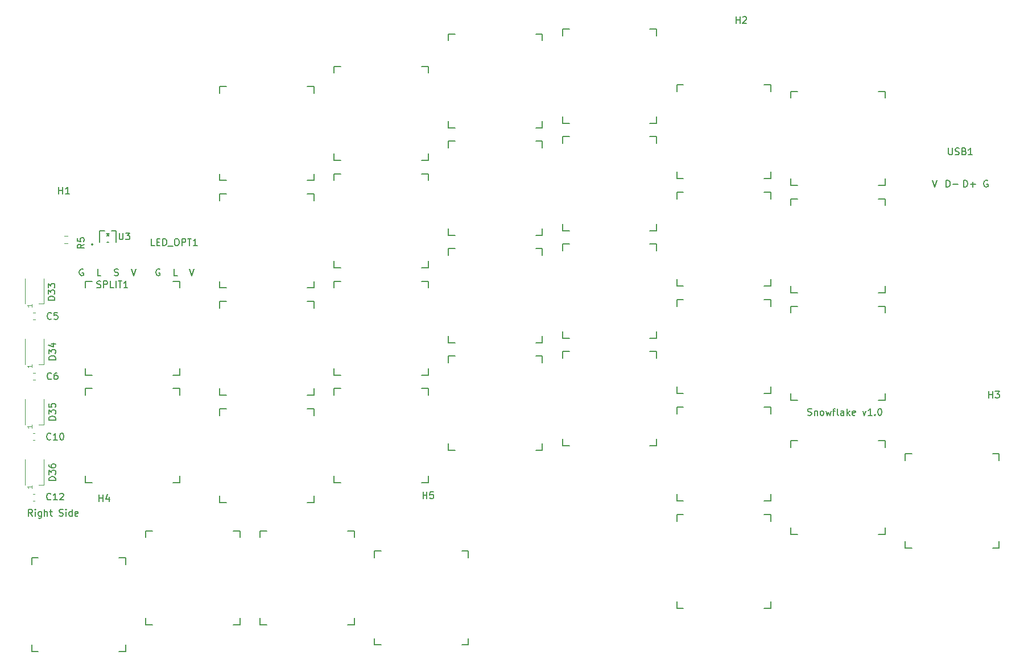
<source format=gbr>
G04 #@! TF.GenerationSoftware,KiCad,Pcbnew,5.1.7-a382d34a8~88~ubuntu18.04.1*
G04 #@! TF.CreationDate,2020-12-29T23:08:14-05:00*
G04 #@! TF.ProjectId,snowflake-right,736e6f77-666c-4616-9b65-2d7269676874,rev?*
G04 #@! TF.SameCoordinates,Original*
G04 #@! TF.FileFunction,Legend,Top*
G04 #@! TF.FilePolarity,Positive*
%FSLAX46Y46*%
G04 Gerber Fmt 4.6, Leading zero omitted, Abs format (unit mm)*
G04 Created by KiCad (PCBNEW 5.1.7-a382d34a8~88~ubuntu18.04.1) date 2020-12-29 23:08:14*
%MOMM*%
%LPD*%
G01*
G04 APERTURE LIST*
%ADD10C,0.150000*%
%ADD11C,0.152400*%
%ADD12C,0.120000*%
G04 APERTURE END LIST*
D10*
X186638095Y-52952380D02*
X186638095Y-51952380D01*
X186638095Y-52428571D02*
X187209523Y-52428571D01*
X187209523Y-52952380D02*
X187209523Y-51952380D01*
X187638095Y-52047619D02*
X187685714Y-52000000D01*
X187780952Y-51952380D01*
X188019047Y-51952380D01*
X188114285Y-52000000D01*
X188161904Y-52047619D01*
X188209523Y-52142857D01*
X188209523Y-52238095D01*
X188161904Y-52380952D01*
X187590476Y-52952380D01*
X188209523Y-52952380D01*
X224238095Y-108752380D02*
X224238095Y-107752380D01*
X224238095Y-108228571D02*
X224809523Y-108228571D01*
X224809523Y-108752380D02*
X224809523Y-107752380D01*
X225190476Y-107752380D02*
X225809523Y-107752380D01*
X225476190Y-108133333D01*
X225619047Y-108133333D01*
X225714285Y-108180952D01*
X225761904Y-108228571D01*
X225809523Y-108323809D01*
X225809523Y-108561904D01*
X225761904Y-108657142D01*
X225714285Y-108704761D01*
X225619047Y-108752380D01*
X225333333Y-108752380D01*
X225238095Y-108704761D01*
X225190476Y-108657142D01*
X140038095Y-123752380D02*
X140038095Y-122752380D01*
X140038095Y-123228571D02*
X140609523Y-123228571D01*
X140609523Y-123752380D02*
X140609523Y-122752380D01*
X141561904Y-122752380D02*
X141085714Y-122752380D01*
X141038095Y-123228571D01*
X141085714Y-123180952D01*
X141180952Y-123133333D01*
X141419047Y-123133333D01*
X141514285Y-123180952D01*
X141561904Y-123228571D01*
X141609523Y-123323809D01*
X141609523Y-123561904D01*
X141561904Y-123657142D01*
X141514285Y-123704761D01*
X141419047Y-123752380D01*
X141180952Y-123752380D01*
X141085714Y-123704761D01*
X141038095Y-123657142D01*
X91838095Y-124152380D02*
X91838095Y-123152380D01*
X91838095Y-123628571D02*
X92409523Y-123628571D01*
X92409523Y-124152380D02*
X92409523Y-123152380D01*
X93314285Y-123485714D02*
X93314285Y-124152380D01*
X93076190Y-123104761D02*
X92838095Y-123819047D01*
X93457142Y-123819047D01*
X85838095Y-78352380D02*
X85838095Y-77352380D01*
X85838095Y-77828571D02*
X86409523Y-77828571D01*
X86409523Y-78352380D02*
X86409523Y-77352380D01*
X87409523Y-78352380D02*
X86838095Y-78352380D01*
X87123809Y-78352380D02*
X87123809Y-77352380D01*
X87028571Y-77495238D01*
X86933333Y-77590476D01*
X86838095Y-77638095D01*
X224061904Y-76400000D02*
X223966666Y-76352380D01*
X223823809Y-76352380D01*
X223680952Y-76400000D01*
X223585714Y-76495238D01*
X223538095Y-76590476D01*
X223490476Y-76780952D01*
X223490476Y-76923809D01*
X223538095Y-77114285D01*
X223585714Y-77209523D01*
X223680952Y-77304761D01*
X223823809Y-77352380D01*
X223919047Y-77352380D01*
X224061904Y-77304761D01*
X224109523Y-77257142D01*
X224109523Y-76923809D01*
X223919047Y-76923809D01*
X220519047Y-77352380D02*
X220519047Y-76352380D01*
X220757142Y-76352380D01*
X220900000Y-76400000D01*
X220995238Y-76495238D01*
X221042857Y-76590476D01*
X221090476Y-76780952D01*
X221090476Y-76923809D01*
X221042857Y-77114285D01*
X220995238Y-77209523D01*
X220900000Y-77304761D01*
X220757142Y-77352380D01*
X220519047Y-77352380D01*
X221519047Y-76971428D02*
X222280952Y-76971428D01*
X221900000Y-77352380D02*
X221900000Y-76590476D01*
X217919047Y-77352380D02*
X217919047Y-76352380D01*
X218157142Y-76352380D01*
X218300000Y-76400000D01*
X218395238Y-76495238D01*
X218442857Y-76590476D01*
X218490476Y-76780952D01*
X218490476Y-76923809D01*
X218442857Y-77114285D01*
X218395238Y-77209523D01*
X218300000Y-77304761D01*
X218157142Y-77352380D01*
X217919047Y-77352380D01*
X218919047Y-76971428D02*
X219680952Y-76971428D01*
X215866666Y-76352380D02*
X216200000Y-77352380D01*
X216533333Y-76352380D01*
X89461904Y-89600000D02*
X89366666Y-89552380D01*
X89223809Y-89552380D01*
X89080952Y-89600000D01*
X88985714Y-89695238D01*
X88938095Y-89790476D01*
X88890476Y-89980952D01*
X88890476Y-90123809D01*
X88938095Y-90314285D01*
X88985714Y-90409523D01*
X89080952Y-90504761D01*
X89223809Y-90552380D01*
X89319047Y-90552380D01*
X89461904Y-90504761D01*
X89509523Y-90457142D01*
X89509523Y-90123809D01*
X89319047Y-90123809D01*
X92109523Y-90552380D02*
X91633333Y-90552380D01*
X91633333Y-89552380D01*
X94114285Y-90504761D02*
X94257142Y-90552380D01*
X94495238Y-90552380D01*
X94590476Y-90504761D01*
X94638095Y-90457142D01*
X94685714Y-90361904D01*
X94685714Y-90266666D01*
X94638095Y-90171428D01*
X94590476Y-90123809D01*
X94495238Y-90076190D01*
X94304761Y-90028571D01*
X94209523Y-89980952D01*
X94161904Y-89933333D01*
X94114285Y-89838095D01*
X94114285Y-89742857D01*
X94161904Y-89647619D01*
X94209523Y-89600000D01*
X94304761Y-89552380D01*
X94542857Y-89552380D01*
X94685714Y-89600000D01*
X96666666Y-89552380D02*
X97000000Y-90552380D01*
X97333333Y-89552380D01*
X105266666Y-89552380D02*
X105600000Y-90552380D01*
X105933333Y-89552380D01*
X103509523Y-90552380D02*
X103033333Y-90552380D01*
X103033333Y-89552380D01*
X100861904Y-89600000D02*
X100766666Y-89552380D01*
X100623809Y-89552380D01*
X100480952Y-89600000D01*
X100385714Y-89695238D01*
X100338095Y-89790476D01*
X100290476Y-89980952D01*
X100290476Y-90123809D01*
X100338095Y-90314285D01*
X100385714Y-90409523D01*
X100480952Y-90504761D01*
X100623809Y-90552380D01*
X100719047Y-90552380D01*
X100861904Y-90504761D01*
X100909523Y-90457142D01*
X100909523Y-90123809D01*
X100719047Y-90123809D01*
X197300000Y-111304761D02*
X197442857Y-111352380D01*
X197680952Y-111352380D01*
X197776190Y-111304761D01*
X197823809Y-111257142D01*
X197871428Y-111161904D01*
X197871428Y-111066666D01*
X197823809Y-110971428D01*
X197776190Y-110923809D01*
X197680952Y-110876190D01*
X197490476Y-110828571D01*
X197395238Y-110780952D01*
X197347619Y-110733333D01*
X197300000Y-110638095D01*
X197300000Y-110542857D01*
X197347619Y-110447619D01*
X197395238Y-110400000D01*
X197490476Y-110352380D01*
X197728571Y-110352380D01*
X197871428Y-110400000D01*
X198300000Y-110685714D02*
X198300000Y-111352380D01*
X198300000Y-110780952D02*
X198347619Y-110733333D01*
X198442857Y-110685714D01*
X198585714Y-110685714D01*
X198680952Y-110733333D01*
X198728571Y-110828571D01*
X198728571Y-111352380D01*
X199347619Y-111352380D02*
X199252380Y-111304761D01*
X199204761Y-111257142D01*
X199157142Y-111161904D01*
X199157142Y-110876190D01*
X199204761Y-110780952D01*
X199252380Y-110733333D01*
X199347619Y-110685714D01*
X199490476Y-110685714D01*
X199585714Y-110733333D01*
X199633333Y-110780952D01*
X199680952Y-110876190D01*
X199680952Y-111161904D01*
X199633333Y-111257142D01*
X199585714Y-111304761D01*
X199490476Y-111352380D01*
X199347619Y-111352380D01*
X200014285Y-110685714D02*
X200204761Y-111352380D01*
X200395238Y-110876190D01*
X200585714Y-111352380D01*
X200776190Y-110685714D01*
X201014285Y-110685714D02*
X201395238Y-110685714D01*
X201157142Y-111352380D02*
X201157142Y-110495238D01*
X201204761Y-110400000D01*
X201300000Y-110352380D01*
X201395238Y-110352380D01*
X201871428Y-111352380D02*
X201776190Y-111304761D01*
X201728571Y-111209523D01*
X201728571Y-110352380D01*
X202680952Y-111352380D02*
X202680952Y-110828571D01*
X202633333Y-110733333D01*
X202538095Y-110685714D01*
X202347619Y-110685714D01*
X202252380Y-110733333D01*
X202680952Y-111304761D02*
X202585714Y-111352380D01*
X202347619Y-111352380D01*
X202252380Y-111304761D01*
X202204761Y-111209523D01*
X202204761Y-111114285D01*
X202252380Y-111019047D01*
X202347619Y-110971428D01*
X202585714Y-110971428D01*
X202680952Y-110923809D01*
X203157142Y-111352380D02*
X203157142Y-110352380D01*
X203252380Y-110971428D02*
X203538095Y-111352380D01*
X203538095Y-110685714D02*
X203157142Y-111066666D01*
X204347619Y-111304761D02*
X204252380Y-111352380D01*
X204061904Y-111352380D01*
X203966666Y-111304761D01*
X203919047Y-111209523D01*
X203919047Y-110828571D01*
X203966666Y-110733333D01*
X204061904Y-110685714D01*
X204252380Y-110685714D01*
X204347619Y-110733333D01*
X204395238Y-110828571D01*
X204395238Y-110923809D01*
X203919047Y-111019047D01*
X205490476Y-110685714D02*
X205728571Y-111352380D01*
X205966666Y-110685714D01*
X206871428Y-111352380D02*
X206300000Y-111352380D01*
X206585714Y-111352380D02*
X206585714Y-110352380D01*
X206490476Y-110495238D01*
X206395238Y-110590476D01*
X206300000Y-110638095D01*
X207300000Y-111257142D02*
X207347619Y-111304761D01*
X207300000Y-111352380D01*
X207252380Y-111304761D01*
X207300000Y-111257142D01*
X207300000Y-111352380D01*
X207966666Y-110352380D02*
X208061904Y-110352380D01*
X208157142Y-110400000D01*
X208204761Y-110447619D01*
X208252380Y-110542857D01*
X208300000Y-110733333D01*
X208300000Y-110971428D01*
X208252380Y-111161904D01*
X208204761Y-111257142D01*
X208157142Y-111304761D01*
X208061904Y-111352380D01*
X207966666Y-111352380D01*
X207871428Y-111304761D01*
X207823809Y-111257142D01*
X207776190Y-111161904D01*
X207728571Y-110971428D01*
X207728571Y-110733333D01*
X207776190Y-110542857D01*
X207823809Y-110447619D01*
X207871428Y-110400000D01*
X207966666Y-110352380D01*
X81904761Y-126352380D02*
X81571428Y-125876190D01*
X81333333Y-126352380D02*
X81333333Y-125352380D01*
X81714285Y-125352380D01*
X81809523Y-125400000D01*
X81857142Y-125447619D01*
X81904761Y-125542857D01*
X81904761Y-125685714D01*
X81857142Y-125780952D01*
X81809523Y-125828571D01*
X81714285Y-125876190D01*
X81333333Y-125876190D01*
X82333333Y-126352380D02*
X82333333Y-125685714D01*
X82333333Y-125352380D02*
X82285714Y-125400000D01*
X82333333Y-125447619D01*
X82380952Y-125400000D01*
X82333333Y-125352380D01*
X82333333Y-125447619D01*
X83238095Y-125685714D02*
X83238095Y-126495238D01*
X83190476Y-126590476D01*
X83142857Y-126638095D01*
X83047619Y-126685714D01*
X82904761Y-126685714D01*
X82809523Y-126638095D01*
X83238095Y-126304761D02*
X83142857Y-126352380D01*
X82952380Y-126352380D01*
X82857142Y-126304761D01*
X82809523Y-126257142D01*
X82761904Y-126161904D01*
X82761904Y-125876190D01*
X82809523Y-125780952D01*
X82857142Y-125733333D01*
X82952380Y-125685714D01*
X83142857Y-125685714D01*
X83238095Y-125733333D01*
X83714285Y-126352380D02*
X83714285Y-125352380D01*
X84142857Y-126352380D02*
X84142857Y-125828571D01*
X84095238Y-125733333D01*
X84000000Y-125685714D01*
X83857142Y-125685714D01*
X83761904Y-125733333D01*
X83714285Y-125780952D01*
X84476190Y-125685714D02*
X84857142Y-125685714D01*
X84619047Y-125352380D02*
X84619047Y-126209523D01*
X84666666Y-126304761D01*
X84761904Y-126352380D01*
X84857142Y-126352380D01*
X85904761Y-126304761D02*
X86047619Y-126352380D01*
X86285714Y-126352380D01*
X86380952Y-126304761D01*
X86428571Y-126257142D01*
X86476190Y-126161904D01*
X86476190Y-126066666D01*
X86428571Y-125971428D01*
X86380952Y-125923809D01*
X86285714Y-125876190D01*
X86095238Y-125828571D01*
X86000000Y-125780952D01*
X85952380Y-125733333D01*
X85904761Y-125638095D01*
X85904761Y-125542857D01*
X85952380Y-125447619D01*
X86000000Y-125400000D01*
X86095238Y-125352380D01*
X86333333Y-125352380D01*
X86476190Y-125400000D01*
X86904761Y-126352380D02*
X86904761Y-125685714D01*
X86904761Y-125352380D02*
X86857142Y-125400000D01*
X86904761Y-125447619D01*
X86952380Y-125400000D01*
X86904761Y-125352380D01*
X86904761Y-125447619D01*
X87809523Y-126352380D02*
X87809523Y-125352380D01*
X87809523Y-126304761D02*
X87714285Y-126352380D01*
X87523809Y-126352380D01*
X87428571Y-126304761D01*
X87380952Y-126257142D01*
X87333333Y-126161904D01*
X87333333Y-125876190D01*
X87380952Y-125780952D01*
X87428571Y-125733333D01*
X87523809Y-125685714D01*
X87714285Y-125685714D01*
X87809523Y-125733333D01*
X88666666Y-126304761D02*
X88571428Y-126352380D01*
X88380952Y-126352380D01*
X88285714Y-126304761D01*
X88238095Y-126209523D01*
X88238095Y-125828571D01*
X88285714Y-125733333D01*
X88380952Y-125685714D01*
X88571428Y-125685714D01*
X88666666Y-125733333D01*
X88714285Y-125828571D01*
X88714285Y-125923809D01*
X88238095Y-126019047D01*
D11*
X93000540Y-85555500D02*
X93279458Y-85555500D01*
X94346499Y-85555500D02*
X94346499Y-83904500D01*
X94346499Y-83904500D02*
X93650539Y-83904500D01*
X91933499Y-83904500D02*
X91933499Y-85555500D01*
X92629459Y-83904500D02*
X91933499Y-83904500D01*
X90917499Y-85923800D02*
G75*
G03*
X90917499Y-85923800I-127000J0D01*
G01*
D12*
X86645276Y-85722500D02*
X87154724Y-85722500D01*
X86645276Y-84677500D02*
X87154724Y-84677500D01*
D10*
X81800000Y-133540000D02*
X81800000Y-132540000D01*
X81800000Y-146540000D02*
X82800000Y-146540000D01*
X82800000Y-132540000D02*
X81800000Y-132540000D01*
X81800000Y-146540000D02*
X81800000Y-145540000D01*
X95800000Y-145540000D02*
X95800000Y-146540000D01*
X95800000Y-132540000D02*
X94800000Y-132540000D01*
X94800000Y-146540000D02*
X95800000Y-146540000D01*
X95800000Y-132540000D02*
X95800000Y-133540000D01*
X98800000Y-129540000D02*
X98800000Y-128540000D01*
X98800000Y-142540000D02*
X99800000Y-142540000D01*
X99800000Y-128540000D02*
X98800000Y-128540000D01*
X98800000Y-142540000D02*
X98800000Y-141540000D01*
X112800000Y-141540000D02*
X112800000Y-142540000D01*
X112800000Y-128540000D02*
X111800000Y-128540000D01*
X111800000Y-142540000D02*
X112800000Y-142540000D01*
X112800000Y-128540000D02*
X112800000Y-129540000D01*
X115800000Y-129540000D02*
X115800000Y-128540000D01*
X115800000Y-142540000D02*
X116800000Y-142540000D01*
X116800000Y-128540000D02*
X115800000Y-128540000D01*
X115800000Y-142540000D02*
X115800000Y-141540000D01*
X129800000Y-141540000D02*
X129800000Y-142540000D01*
X129800000Y-128540000D02*
X128800000Y-128540000D01*
X128800000Y-142540000D02*
X129800000Y-142540000D01*
X129800000Y-128540000D02*
X129800000Y-129540000D01*
X132800000Y-132540000D02*
X132800000Y-131540000D01*
X132800000Y-145540000D02*
X133800000Y-145540000D01*
X133800000Y-131540000D02*
X132800000Y-131540000D01*
X132800000Y-145540000D02*
X132800000Y-144540000D01*
X146800000Y-144540000D02*
X146800000Y-145540000D01*
X146800000Y-131540000D02*
X145800000Y-131540000D01*
X145800000Y-145540000D02*
X146800000Y-145540000D01*
X146800000Y-131540000D02*
X146800000Y-132540000D01*
X177800000Y-127100000D02*
X177800000Y-126100000D01*
X177800000Y-140100000D02*
X178800000Y-140100000D01*
X178800000Y-126100000D02*
X177800000Y-126100000D01*
X177800000Y-140100000D02*
X177800000Y-139100000D01*
X191800000Y-139100000D02*
X191800000Y-140100000D01*
X191800000Y-126100000D02*
X190800000Y-126100000D01*
X190800000Y-140100000D02*
X191800000Y-140100000D01*
X191800000Y-126100000D02*
X191800000Y-127100000D01*
X89800000Y-108370000D02*
X89800000Y-107370000D01*
X89800000Y-121370000D02*
X90800000Y-121370000D01*
X90800000Y-107370000D02*
X89800000Y-107370000D01*
X89800000Y-121370000D02*
X89800000Y-120370000D01*
X103800000Y-120370000D02*
X103800000Y-121370000D01*
X103800000Y-107370000D02*
X102800000Y-107370000D01*
X102800000Y-121370000D02*
X103800000Y-121370000D01*
X103800000Y-107370000D02*
X103800000Y-108370000D01*
X109800000Y-111370000D02*
X109800000Y-110370000D01*
X109800000Y-124370000D02*
X110800000Y-124370000D01*
X110800000Y-110370000D02*
X109800000Y-110370000D01*
X109800000Y-124370000D02*
X109800000Y-123370000D01*
X123800000Y-123370000D02*
X123800000Y-124370000D01*
X123800000Y-110370000D02*
X122800000Y-110370000D01*
X122800000Y-124370000D02*
X123800000Y-124370000D01*
X123800000Y-110370000D02*
X123800000Y-111370000D01*
X126800000Y-108370000D02*
X126800000Y-107370000D01*
X126800000Y-121370000D02*
X127800000Y-121370000D01*
X127800000Y-107370000D02*
X126800000Y-107370000D01*
X126800000Y-121370000D02*
X126800000Y-120370000D01*
X140800000Y-120370000D02*
X140800000Y-121370000D01*
X140800000Y-107370000D02*
X139800000Y-107370000D01*
X139800000Y-121370000D02*
X140800000Y-121370000D01*
X140800000Y-107370000D02*
X140800000Y-108370000D01*
X143800000Y-103540000D02*
X143800000Y-102540000D01*
X143800000Y-116540000D02*
X144800000Y-116540000D01*
X144800000Y-102540000D02*
X143800000Y-102540000D01*
X143800000Y-116540000D02*
X143800000Y-115540000D01*
X157800000Y-115540000D02*
X157800000Y-116540000D01*
X157800000Y-102540000D02*
X156800000Y-102540000D01*
X156800000Y-116540000D02*
X157800000Y-116540000D01*
X157800000Y-102540000D02*
X157800000Y-103540000D01*
X160800000Y-102840000D02*
X160800000Y-101840000D01*
X160800000Y-115840000D02*
X161800000Y-115840000D01*
X161800000Y-101840000D02*
X160800000Y-101840000D01*
X160800000Y-115840000D02*
X160800000Y-114840000D01*
X174800000Y-114840000D02*
X174800000Y-115840000D01*
X174800000Y-101840000D02*
X173800000Y-101840000D01*
X173800000Y-115840000D02*
X174800000Y-115840000D01*
X174800000Y-101840000D02*
X174800000Y-102840000D01*
X177800000Y-111100000D02*
X177800000Y-110100000D01*
X177800000Y-124100000D02*
X178800000Y-124100000D01*
X178800000Y-110100000D02*
X177800000Y-110100000D01*
X177800000Y-124100000D02*
X177800000Y-123100000D01*
X191800000Y-123100000D02*
X191800000Y-124100000D01*
X191800000Y-110100000D02*
X190800000Y-110100000D01*
X190800000Y-124100000D02*
X191800000Y-124100000D01*
X191800000Y-110100000D02*
X191800000Y-111100000D01*
X194800000Y-116100000D02*
X194800000Y-115100000D01*
X194800000Y-129100000D02*
X195800000Y-129100000D01*
X195800000Y-115100000D02*
X194800000Y-115100000D01*
X194800000Y-129100000D02*
X194800000Y-128100000D01*
X208800000Y-128100000D02*
X208800000Y-129100000D01*
X208800000Y-115100000D02*
X207800000Y-115100000D01*
X207800000Y-129100000D02*
X208800000Y-129100000D01*
X208800000Y-115100000D02*
X208800000Y-116100000D01*
X211800000Y-118100000D02*
X211800000Y-117100000D01*
X211800000Y-131100000D02*
X212800000Y-131100000D01*
X212800000Y-117100000D02*
X211800000Y-117100000D01*
X211800000Y-131100000D02*
X211800000Y-130100000D01*
X225800000Y-130100000D02*
X225800000Y-131100000D01*
X225800000Y-117100000D02*
X224800000Y-117100000D01*
X224800000Y-131100000D02*
X225800000Y-131100000D01*
X225800000Y-117100000D02*
X225800000Y-118100000D01*
X89800000Y-92370000D02*
X89800000Y-91370000D01*
X89800000Y-105370000D02*
X90800000Y-105370000D01*
X90800000Y-91370000D02*
X89800000Y-91370000D01*
X89800000Y-105370000D02*
X89800000Y-104370000D01*
X103800000Y-104370000D02*
X103800000Y-105370000D01*
X103800000Y-91370000D02*
X102800000Y-91370000D01*
X102800000Y-105370000D02*
X103800000Y-105370000D01*
X103800000Y-91370000D02*
X103800000Y-92370000D01*
X109800000Y-95370000D02*
X109800000Y-94370000D01*
X109800000Y-108370000D02*
X110800000Y-108370000D01*
X110800000Y-94370000D02*
X109800000Y-94370000D01*
X109800000Y-108370000D02*
X109800000Y-107370000D01*
X123800000Y-107370000D02*
X123800000Y-108370000D01*
X123800000Y-94370000D02*
X122800000Y-94370000D01*
X122800000Y-108370000D02*
X123800000Y-108370000D01*
X123800000Y-94370000D02*
X123800000Y-95370000D01*
X140800000Y-91370000D02*
X140800000Y-92370000D01*
X139800000Y-105370000D02*
X140800000Y-105370000D01*
X140800000Y-91370000D02*
X139800000Y-91370000D01*
X140800000Y-104370000D02*
X140800000Y-105370000D01*
X126800000Y-105370000D02*
X126800000Y-104370000D01*
X127800000Y-91370000D02*
X126800000Y-91370000D01*
X126800000Y-105370000D02*
X127800000Y-105370000D01*
X126800000Y-92370000D02*
X126800000Y-91370000D01*
X143800000Y-87540000D02*
X143800000Y-86540000D01*
X143800000Y-100540000D02*
X144800000Y-100540000D01*
X144800000Y-86540000D02*
X143800000Y-86540000D01*
X143800000Y-100540000D02*
X143800000Y-99540000D01*
X157800000Y-99540000D02*
X157800000Y-100540000D01*
X157800000Y-86540000D02*
X156800000Y-86540000D01*
X156800000Y-100540000D02*
X157800000Y-100540000D01*
X157800000Y-86540000D02*
X157800000Y-87540000D01*
X160800000Y-86840000D02*
X160800000Y-85840000D01*
X160800000Y-99840000D02*
X161800000Y-99840000D01*
X161800000Y-85840000D02*
X160800000Y-85840000D01*
X160800000Y-99840000D02*
X160800000Y-98840000D01*
X174800000Y-98840000D02*
X174800000Y-99840000D01*
X174800000Y-85840000D02*
X173800000Y-85840000D01*
X173800000Y-99840000D02*
X174800000Y-99840000D01*
X174800000Y-85840000D02*
X174800000Y-86840000D01*
X177800000Y-95100000D02*
X177800000Y-94100000D01*
X177800000Y-108100000D02*
X178800000Y-108100000D01*
X178800000Y-94100000D02*
X177800000Y-94100000D01*
X177800000Y-108100000D02*
X177800000Y-107100000D01*
X191800000Y-107100000D02*
X191800000Y-108100000D01*
X191800000Y-94100000D02*
X190800000Y-94100000D01*
X190800000Y-108100000D02*
X191800000Y-108100000D01*
X191800000Y-94100000D02*
X191800000Y-95100000D01*
X194800000Y-96100000D02*
X194800000Y-95100000D01*
X194800000Y-109100000D02*
X195800000Y-109100000D01*
X195800000Y-95100000D02*
X194800000Y-95100000D01*
X194800000Y-109100000D02*
X194800000Y-108100000D01*
X208800000Y-108100000D02*
X208800000Y-109100000D01*
X208800000Y-95100000D02*
X207800000Y-95100000D01*
X207800000Y-109100000D02*
X208800000Y-109100000D01*
X208800000Y-95100000D02*
X208800000Y-96100000D01*
X109800000Y-79370000D02*
X109800000Y-78370000D01*
X109800000Y-92370000D02*
X110800000Y-92370000D01*
X110800000Y-78370000D02*
X109800000Y-78370000D01*
X109800000Y-92370000D02*
X109800000Y-91370000D01*
X123800000Y-91370000D02*
X123800000Y-92370000D01*
X123800000Y-78370000D02*
X122800000Y-78370000D01*
X122800000Y-92370000D02*
X123800000Y-92370000D01*
X123800000Y-78370000D02*
X123800000Y-79370000D01*
X126800000Y-76370000D02*
X126800000Y-75370000D01*
X126800000Y-89370000D02*
X127800000Y-89370000D01*
X127800000Y-75370000D02*
X126800000Y-75370000D01*
X126800000Y-89370000D02*
X126800000Y-88370000D01*
X140800000Y-88370000D02*
X140800000Y-89370000D01*
X140800000Y-75370000D02*
X139800000Y-75370000D01*
X139800000Y-89370000D02*
X140800000Y-89370000D01*
X140800000Y-75370000D02*
X140800000Y-76370000D01*
X143800000Y-71540000D02*
X143800000Y-70540000D01*
X143800000Y-84540000D02*
X144800000Y-84540000D01*
X144800000Y-70540000D02*
X143800000Y-70540000D01*
X143800000Y-84540000D02*
X143800000Y-83540000D01*
X157800000Y-83540000D02*
X157800000Y-84540000D01*
X157800000Y-70540000D02*
X156800000Y-70540000D01*
X156800000Y-84540000D02*
X157800000Y-84540000D01*
X157800000Y-70540000D02*
X157800000Y-71540000D01*
X160800000Y-70840000D02*
X160800000Y-69840000D01*
X160800000Y-83840000D02*
X161800000Y-83840000D01*
X161800000Y-69840000D02*
X160800000Y-69840000D01*
X160800000Y-83840000D02*
X160800000Y-82840000D01*
X174800000Y-82840000D02*
X174800000Y-83840000D01*
X174800000Y-69840000D02*
X173800000Y-69840000D01*
X173800000Y-83840000D02*
X174800000Y-83840000D01*
X174800000Y-69840000D02*
X174800000Y-70840000D01*
X177800000Y-79100000D02*
X177800000Y-78100000D01*
X177800000Y-92100000D02*
X178800000Y-92100000D01*
X178800000Y-78100000D02*
X177800000Y-78100000D01*
X177800000Y-92100000D02*
X177800000Y-91100000D01*
X191800000Y-91100000D02*
X191800000Y-92100000D01*
X191800000Y-78100000D02*
X190800000Y-78100000D01*
X190800000Y-92100000D02*
X191800000Y-92100000D01*
X191800000Y-78100000D02*
X191800000Y-79100000D01*
X194800000Y-80100000D02*
X194800000Y-79100000D01*
X194800000Y-93100000D02*
X195800000Y-93100000D01*
X195800000Y-79100000D02*
X194800000Y-79100000D01*
X194800000Y-93100000D02*
X194800000Y-92100000D01*
X208800000Y-92100000D02*
X208800000Y-93100000D01*
X208800000Y-79100000D02*
X207800000Y-79100000D01*
X207800000Y-93100000D02*
X208800000Y-93100000D01*
X208800000Y-79100000D02*
X208800000Y-80100000D01*
X109800000Y-63370000D02*
X109800000Y-62370000D01*
X109800000Y-76370000D02*
X110800000Y-76370000D01*
X110800000Y-62370000D02*
X109800000Y-62370000D01*
X109800000Y-76370000D02*
X109800000Y-75370000D01*
X123800000Y-75370000D02*
X123800000Y-76370000D01*
X123800000Y-62370000D02*
X122800000Y-62370000D01*
X122800000Y-76370000D02*
X123800000Y-76370000D01*
X123800000Y-62370000D02*
X123800000Y-63370000D01*
X126800000Y-60370000D02*
X126800000Y-59370000D01*
X126800000Y-73370000D02*
X127800000Y-73370000D01*
X127800000Y-59370000D02*
X126800000Y-59370000D01*
X126800000Y-73370000D02*
X126800000Y-72370000D01*
X140800000Y-72370000D02*
X140800000Y-73370000D01*
X140800000Y-59370000D02*
X139800000Y-59370000D01*
X139800000Y-73370000D02*
X140800000Y-73370000D01*
X140800000Y-59370000D02*
X140800000Y-60370000D01*
X143800000Y-55540000D02*
X143800000Y-54540000D01*
X143800000Y-68540000D02*
X144800000Y-68540000D01*
X144800000Y-54540000D02*
X143800000Y-54540000D01*
X143800000Y-68540000D02*
X143800000Y-67540000D01*
X157800000Y-67540000D02*
X157800000Y-68540000D01*
X157800000Y-54540000D02*
X156800000Y-54540000D01*
X156800000Y-68540000D02*
X157800000Y-68540000D01*
X157800000Y-54540000D02*
X157800000Y-55540000D01*
X160800000Y-54840000D02*
X160800000Y-53840000D01*
X160800000Y-67840000D02*
X161800000Y-67840000D01*
X161800000Y-53840000D02*
X160800000Y-53840000D01*
X160800000Y-67840000D02*
X160800000Y-66840000D01*
X174800000Y-66840000D02*
X174800000Y-67840000D01*
X174800000Y-53840000D02*
X173800000Y-53840000D01*
X173800000Y-67840000D02*
X174800000Y-67840000D01*
X174800000Y-53840000D02*
X174800000Y-54840000D01*
X177800000Y-63100000D02*
X177800000Y-62100000D01*
X177800000Y-76100000D02*
X178800000Y-76100000D01*
X178800000Y-62100000D02*
X177800000Y-62100000D01*
X177800000Y-76100000D02*
X177800000Y-75100000D01*
X191800000Y-75100000D02*
X191800000Y-76100000D01*
X191800000Y-62100000D02*
X190800000Y-62100000D01*
X190800000Y-76100000D02*
X191800000Y-76100000D01*
X191800000Y-62100000D02*
X191800000Y-63100000D01*
X194800000Y-64100000D02*
X194800000Y-63100000D01*
X194800000Y-77100000D02*
X195800000Y-77100000D01*
X195800000Y-63100000D02*
X194800000Y-63100000D01*
X194800000Y-77100000D02*
X194800000Y-76100000D01*
X208800000Y-76100000D02*
X208800000Y-77100000D01*
X208800000Y-63100000D02*
X207800000Y-63100000D01*
X207800000Y-77100000D02*
X208800000Y-77100000D01*
X208800000Y-63100000D02*
X208800000Y-64100000D01*
D12*
X83575000Y-121750000D02*
X82825000Y-121750000D01*
X83575000Y-121750000D02*
X83575000Y-117950000D01*
X80775000Y-121750000D02*
X80775000Y-117950000D01*
X83575000Y-112750000D02*
X82825000Y-112750000D01*
X83575000Y-112750000D02*
X83575000Y-108950000D01*
X80775000Y-112750000D02*
X80775000Y-108950000D01*
X83575000Y-103750000D02*
X82825000Y-103750000D01*
X83575000Y-103750000D02*
X83575000Y-99950000D01*
X80775000Y-103750000D02*
X80775000Y-99950000D01*
X83575000Y-94750000D02*
X82825000Y-94750000D01*
X83575000Y-94750000D02*
X83575000Y-90950000D01*
X80775000Y-94750000D02*
X80775000Y-90950000D01*
X81966233Y-124060000D02*
X82258767Y-124060000D01*
X81966233Y-123040000D02*
X82258767Y-123040000D01*
X81966233Y-115060000D02*
X82258767Y-115060000D01*
X81966233Y-114040000D02*
X82258767Y-114040000D01*
X82028733Y-106060000D02*
X82321267Y-106060000D01*
X82028733Y-105040000D02*
X82321267Y-105040000D01*
X82028733Y-97060000D02*
X82321267Y-97060000D01*
X82028733Y-96040000D02*
X82321267Y-96040000D01*
D10*
X218261904Y-71552380D02*
X218261904Y-72361904D01*
X218309523Y-72457142D01*
X218357142Y-72504761D01*
X218452380Y-72552380D01*
X218642857Y-72552380D01*
X218738095Y-72504761D01*
X218785714Y-72457142D01*
X218833333Y-72361904D01*
X218833333Y-71552380D01*
X219261904Y-72504761D02*
X219404761Y-72552380D01*
X219642857Y-72552380D01*
X219738095Y-72504761D01*
X219785714Y-72457142D01*
X219833333Y-72361904D01*
X219833333Y-72266666D01*
X219785714Y-72171428D01*
X219738095Y-72123809D01*
X219642857Y-72076190D01*
X219452380Y-72028571D01*
X219357142Y-71980952D01*
X219309523Y-71933333D01*
X219261904Y-71838095D01*
X219261904Y-71742857D01*
X219309523Y-71647619D01*
X219357142Y-71600000D01*
X219452380Y-71552380D01*
X219690476Y-71552380D01*
X219833333Y-71600000D01*
X220595238Y-72028571D02*
X220738095Y-72076190D01*
X220785714Y-72123809D01*
X220833333Y-72219047D01*
X220833333Y-72361904D01*
X220785714Y-72457142D01*
X220738095Y-72504761D01*
X220642857Y-72552380D01*
X220261904Y-72552380D01*
X220261904Y-71552380D01*
X220595238Y-71552380D01*
X220690476Y-71600000D01*
X220738095Y-71647619D01*
X220785714Y-71742857D01*
X220785714Y-71838095D01*
X220738095Y-71933333D01*
X220690476Y-71980952D01*
X220595238Y-72028571D01*
X220261904Y-72028571D01*
X221785714Y-72552380D02*
X221214285Y-72552380D01*
X221500000Y-72552380D02*
X221500000Y-71552380D01*
X221404761Y-71695238D01*
X221309523Y-71790476D01*
X221214285Y-71838095D01*
X100095238Y-86052380D02*
X99619047Y-86052380D01*
X99619047Y-85052380D01*
X100428571Y-85528571D02*
X100761904Y-85528571D01*
X100904761Y-86052380D02*
X100428571Y-86052380D01*
X100428571Y-85052380D01*
X100904761Y-85052380D01*
X101333333Y-86052380D02*
X101333333Y-85052380D01*
X101571428Y-85052380D01*
X101714285Y-85100000D01*
X101809523Y-85195238D01*
X101857142Y-85290476D01*
X101904761Y-85480952D01*
X101904761Y-85623809D01*
X101857142Y-85814285D01*
X101809523Y-85909523D01*
X101714285Y-86004761D01*
X101571428Y-86052380D01*
X101333333Y-86052380D01*
X102095238Y-86147619D02*
X102857142Y-86147619D01*
X103285714Y-85052380D02*
X103476190Y-85052380D01*
X103571428Y-85100000D01*
X103666666Y-85195238D01*
X103714285Y-85385714D01*
X103714285Y-85719047D01*
X103666666Y-85909523D01*
X103571428Y-86004761D01*
X103476190Y-86052380D01*
X103285714Y-86052380D01*
X103190476Y-86004761D01*
X103095238Y-85909523D01*
X103047619Y-85719047D01*
X103047619Y-85385714D01*
X103095238Y-85195238D01*
X103190476Y-85100000D01*
X103285714Y-85052380D01*
X104142857Y-86052380D02*
X104142857Y-85052380D01*
X104523809Y-85052380D01*
X104619047Y-85100000D01*
X104666666Y-85147619D01*
X104714285Y-85242857D01*
X104714285Y-85385714D01*
X104666666Y-85480952D01*
X104619047Y-85528571D01*
X104523809Y-85576190D01*
X104142857Y-85576190D01*
X105000000Y-85052380D02*
X105571428Y-85052380D01*
X105285714Y-86052380D02*
X105285714Y-85052380D01*
X106428571Y-86052380D02*
X105857142Y-86052380D01*
X106142857Y-86052380D02*
X106142857Y-85052380D01*
X106047619Y-85195238D01*
X105952380Y-85290476D01*
X105857142Y-85338095D01*
X91514285Y-92304761D02*
X91657142Y-92352380D01*
X91895238Y-92352380D01*
X91990476Y-92304761D01*
X92038095Y-92257142D01*
X92085714Y-92161904D01*
X92085714Y-92066666D01*
X92038095Y-91971428D01*
X91990476Y-91923809D01*
X91895238Y-91876190D01*
X91704761Y-91828571D01*
X91609523Y-91780952D01*
X91561904Y-91733333D01*
X91514285Y-91638095D01*
X91514285Y-91542857D01*
X91561904Y-91447619D01*
X91609523Y-91400000D01*
X91704761Y-91352380D01*
X91942857Y-91352380D01*
X92085714Y-91400000D01*
X92514285Y-92352380D02*
X92514285Y-91352380D01*
X92895238Y-91352380D01*
X92990476Y-91400000D01*
X93038095Y-91447619D01*
X93085714Y-91542857D01*
X93085714Y-91685714D01*
X93038095Y-91780952D01*
X92990476Y-91828571D01*
X92895238Y-91876190D01*
X92514285Y-91876190D01*
X93990476Y-92352380D02*
X93514285Y-92352380D01*
X93514285Y-91352380D01*
X94323809Y-92352380D02*
X94323809Y-91352380D01*
X94657142Y-91352380D02*
X95228571Y-91352380D01*
X94942857Y-92352380D02*
X94942857Y-91352380D01*
X96085714Y-92352380D02*
X95514285Y-92352380D01*
X95800000Y-92352380D02*
X95800000Y-91352380D01*
X95704761Y-91495238D01*
X95609523Y-91590476D01*
X95514285Y-91638095D01*
X94828095Y-84182380D02*
X94828095Y-84991904D01*
X94875714Y-85087142D01*
X94923333Y-85134761D01*
X95018571Y-85182380D01*
X95209047Y-85182380D01*
X95304285Y-85134761D01*
X95351904Y-85087142D01*
X95399523Y-84991904D01*
X95399523Y-84182380D01*
X95780476Y-84182380D02*
X96399523Y-84182380D01*
X96066190Y-84563333D01*
X96209047Y-84563333D01*
X96304285Y-84610952D01*
X96351904Y-84658571D01*
X96399523Y-84753809D01*
X96399523Y-84991904D01*
X96351904Y-85087142D01*
X96304285Y-85134761D01*
X96209047Y-85182380D01*
X95923333Y-85182380D01*
X95828095Y-85134761D01*
X95780476Y-85087142D01*
X93139999Y-84182380D02*
X93139999Y-84420476D01*
X92901903Y-84325238D02*
X93139999Y-84420476D01*
X93378094Y-84325238D01*
X92997141Y-84610952D02*
X93139999Y-84420476D01*
X93282856Y-84610952D01*
X89614880Y-85866666D02*
X89138690Y-86200000D01*
X89614880Y-86438095D02*
X88614880Y-86438095D01*
X88614880Y-86057142D01*
X88662500Y-85961904D01*
X88710119Y-85914285D01*
X88805357Y-85866666D01*
X88948214Y-85866666D01*
X89043452Y-85914285D01*
X89091071Y-85961904D01*
X89138690Y-86057142D01*
X89138690Y-86438095D01*
X88614880Y-84961904D02*
X88614880Y-85438095D01*
X89091071Y-85485714D01*
X89043452Y-85438095D01*
X88995833Y-85342857D01*
X88995833Y-85104761D01*
X89043452Y-85009523D01*
X89091071Y-84961904D01*
X89186309Y-84914285D01*
X89424404Y-84914285D01*
X89519642Y-84961904D01*
X89567261Y-85009523D01*
X89614880Y-85104761D01*
X89614880Y-85342857D01*
X89567261Y-85438095D01*
X89519642Y-85485714D01*
X85352380Y-121064285D02*
X84352380Y-121064285D01*
X84352380Y-120826190D01*
X84400000Y-120683333D01*
X84495238Y-120588095D01*
X84590476Y-120540476D01*
X84780952Y-120492857D01*
X84923809Y-120492857D01*
X85114285Y-120540476D01*
X85209523Y-120588095D01*
X85304761Y-120683333D01*
X85352380Y-120826190D01*
X85352380Y-121064285D01*
X84352380Y-120159523D02*
X84352380Y-119540476D01*
X84733333Y-119873809D01*
X84733333Y-119730952D01*
X84780952Y-119635714D01*
X84828571Y-119588095D01*
X84923809Y-119540476D01*
X85161904Y-119540476D01*
X85257142Y-119588095D01*
X85304761Y-119635714D01*
X85352380Y-119730952D01*
X85352380Y-120016666D01*
X85304761Y-120111904D01*
X85257142Y-120159523D01*
X84352380Y-118683333D02*
X84352380Y-118873809D01*
X84400000Y-118969047D01*
X84447619Y-119016666D01*
X84590476Y-119111904D01*
X84780952Y-119159523D01*
X85161904Y-119159523D01*
X85257142Y-119111904D01*
X85304761Y-119064285D01*
X85352380Y-118969047D01*
X85352380Y-118778571D01*
X85304761Y-118683333D01*
X85257142Y-118635714D01*
X85161904Y-118588095D01*
X84923809Y-118588095D01*
X84828571Y-118635714D01*
X84780952Y-118683333D01*
X84733333Y-118778571D01*
X84733333Y-118969047D01*
X84780952Y-119064285D01*
X84828571Y-119111904D01*
X84923809Y-119159523D01*
D12*
X81864285Y-121785714D02*
X81864285Y-122214285D01*
X81864285Y-122000000D02*
X81114285Y-122000000D01*
X81221428Y-122071428D01*
X81292857Y-122142857D01*
X81328571Y-122214285D01*
D10*
X85352380Y-112064285D02*
X84352380Y-112064285D01*
X84352380Y-111826190D01*
X84400000Y-111683333D01*
X84495238Y-111588095D01*
X84590476Y-111540476D01*
X84780952Y-111492857D01*
X84923809Y-111492857D01*
X85114285Y-111540476D01*
X85209523Y-111588095D01*
X85304761Y-111683333D01*
X85352380Y-111826190D01*
X85352380Y-112064285D01*
X84352380Y-111159523D02*
X84352380Y-110540476D01*
X84733333Y-110873809D01*
X84733333Y-110730952D01*
X84780952Y-110635714D01*
X84828571Y-110588095D01*
X84923809Y-110540476D01*
X85161904Y-110540476D01*
X85257142Y-110588095D01*
X85304761Y-110635714D01*
X85352380Y-110730952D01*
X85352380Y-111016666D01*
X85304761Y-111111904D01*
X85257142Y-111159523D01*
X84352380Y-109635714D02*
X84352380Y-110111904D01*
X84828571Y-110159523D01*
X84780952Y-110111904D01*
X84733333Y-110016666D01*
X84733333Y-109778571D01*
X84780952Y-109683333D01*
X84828571Y-109635714D01*
X84923809Y-109588095D01*
X85161904Y-109588095D01*
X85257142Y-109635714D01*
X85304761Y-109683333D01*
X85352380Y-109778571D01*
X85352380Y-110016666D01*
X85304761Y-110111904D01*
X85257142Y-110159523D01*
D12*
X81864285Y-112785714D02*
X81864285Y-113214285D01*
X81864285Y-113000000D02*
X81114285Y-113000000D01*
X81221428Y-113071428D01*
X81292857Y-113142857D01*
X81328571Y-113214285D01*
D10*
X85352380Y-103064285D02*
X84352380Y-103064285D01*
X84352380Y-102826190D01*
X84400000Y-102683333D01*
X84495238Y-102588095D01*
X84590476Y-102540476D01*
X84780952Y-102492857D01*
X84923809Y-102492857D01*
X85114285Y-102540476D01*
X85209523Y-102588095D01*
X85304761Y-102683333D01*
X85352380Y-102826190D01*
X85352380Y-103064285D01*
X84352380Y-102159523D02*
X84352380Y-101540476D01*
X84733333Y-101873809D01*
X84733333Y-101730952D01*
X84780952Y-101635714D01*
X84828571Y-101588095D01*
X84923809Y-101540476D01*
X85161904Y-101540476D01*
X85257142Y-101588095D01*
X85304761Y-101635714D01*
X85352380Y-101730952D01*
X85352380Y-102016666D01*
X85304761Y-102111904D01*
X85257142Y-102159523D01*
X84685714Y-100683333D02*
X85352380Y-100683333D01*
X84304761Y-100921428D02*
X85019047Y-101159523D01*
X85019047Y-100540476D01*
D12*
X81864285Y-103785714D02*
X81864285Y-104214285D01*
X81864285Y-104000000D02*
X81114285Y-104000000D01*
X81221428Y-104071428D01*
X81292857Y-104142857D01*
X81328571Y-104214285D01*
D10*
X85252380Y-94214285D02*
X84252380Y-94214285D01*
X84252380Y-93976190D01*
X84300000Y-93833333D01*
X84395238Y-93738095D01*
X84490476Y-93690476D01*
X84680952Y-93642857D01*
X84823809Y-93642857D01*
X85014285Y-93690476D01*
X85109523Y-93738095D01*
X85204761Y-93833333D01*
X85252380Y-93976190D01*
X85252380Y-94214285D01*
X84252380Y-93309523D02*
X84252380Y-92690476D01*
X84633333Y-93023809D01*
X84633333Y-92880952D01*
X84680952Y-92785714D01*
X84728571Y-92738095D01*
X84823809Y-92690476D01*
X85061904Y-92690476D01*
X85157142Y-92738095D01*
X85204761Y-92785714D01*
X85252380Y-92880952D01*
X85252380Y-93166666D01*
X85204761Y-93261904D01*
X85157142Y-93309523D01*
X84252380Y-92357142D02*
X84252380Y-91738095D01*
X84633333Y-92071428D01*
X84633333Y-91928571D01*
X84680952Y-91833333D01*
X84728571Y-91785714D01*
X84823809Y-91738095D01*
X85061904Y-91738095D01*
X85157142Y-91785714D01*
X85204761Y-91833333D01*
X85252380Y-91928571D01*
X85252380Y-92214285D01*
X85204761Y-92309523D01*
X85157142Y-92357142D01*
D12*
X81864285Y-94785714D02*
X81864285Y-95214285D01*
X81864285Y-95000000D02*
X81114285Y-95000000D01*
X81221428Y-95071428D01*
X81292857Y-95142857D01*
X81328571Y-95214285D01*
D10*
X84657142Y-123857142D02*
X84609523Y-123904761D01*
X84466666Y-123952380D01*
X84371428Y-123952380D01*
X84228571Y-123904761D01*
X84133333Y-123809523D01*
X84085714Y-123714285D01*
X84038095Y-123523809D01*
X84038095Y-123380952D01*
X84085714Y-123190476D01*
X84133333Y-123095238D01*
X84228571Y-123000000D01*
X84371428Y-122952380D01*
X84466666Y-122952380D01*
X84609523Y-123000000D01*
X84657142Y-123047619D01*
X85609523Y-123952380D02*
X85038095Y-123952380D01*
X85323809Y-123952380D02*
X85323809Y-122952380D01*
X85228571Y-123095238D01*
X85133333Y-123190476D01*
X85038095Y-123238095D01*
X85990476Y-123047619D02*
X86038095Y-123000000D01*
X86133333Y-122952380D01*
X86371428Y-122952380D01*
X86466666Y-123000000D01*
X86514285Y-123047619D01*
X86561904Y-123142857D01*
X86561904Y-123238095D01*
X86514285Y-123380952D01*
X85942857Y-123952380D01*
X86561904Y-123952380D01*
X84657142Y-114907142D02*
X84609523Y-114954761D01*
X84466666Y-115002380D01*
X84371428Y-115002380D01*
X84228571Y-114954761D01*
X84133333Y-114859523D01*
X84085714Y-114764285D01*
X84038095Y-114573809D01*
X84038095Y-114430952D01*
X84085714Y-114240476D01*
X84133333Y-114145238D01*
X84228571Y-114050000D01*
X84371428Y-114002380D01*
X84466666Y-114002380D01*
X84609523Y-114050000D01*
X84657142Y-114097619D01*
X85609523Y-115002380D02*
X85038095Y-115002380D01*
X85323809Y-115002380D02*
X85323809Y-114002380D01*
X85228571Y-114145238D01*
X85133333Y-114240476D01*
X85038095Y-114288095D01*
X86228571Y-114002380D02*
X86323809Y-114002380D01*
X86419047Y-114050000D01*
X86466666Y-114097619D01*
X86514285Y-114192857D01*
X86561904Y-114383333D01*
X86561904Y-114621428D01*
X86514285Y-114811904D01*
X86466666Y-114907142D01*
X86419047Y-114954761D01*
X86323809Y-115002380D01*
X86228571Y-115002380D01*
X86133333Y-114954761D01*
X86085714Y-114907142D01*
X86038095Y-114811904D01*
X85990476Y-114621428D01*
X85990476Y-114383333D01*
X86038095Y-114192857D01*
X86085714Y-114097619D01*
X86133333Y-114050000D01*
X86228571Y-114002380D01*
X84733333Y-105907142D02*
X84685714Y-105954761D01*
X84542857Y-106002380D01*
X84447619Y-106002380D01*
X84304761Y-105954761D01*
X84209523Y-105859523D01*
X84161904Y-105764285D01*
X84114285Y-105573809D01*
X84114285Y-105430952D01*
X84161904Y-105240476D01*
X84209523Y-105145238D01*
X84304761Y-105050000D01*
X84447619Y-105002380D01*
X84542857Y-105002380D01*
X84685714Y-105050000D01*
X84733333Y-105097619D01*
X85590476Y-105002380D02*
X85400000Y-105002380D01*
X85304761Y-105050000D01*
X85257142Y-105097619D01*
X85161904Y-105240476D01*
X85114285Y-105430952D01*
X85114285Y-105811904D01*
X85161904Y-105907142D01*
X85209523Y-105954761D01*
X85304761Y-106002380D01*
X85495238Y-106002380D01*
X85590476Y-105954761D01*
X85638095Y-105907142D01*
X85685714Y-105811904D01*
X85685714Y-105573809D01*
X85638095Y-105478571D01*
X85590476Y-105430952D01*
X85495238Y-105383333D01*
X85304761Y-105383333D01*
X85209523Y-105430952D01*
X85161904Y-105478571D01*
X85114285Y-105573809D01*
X84733333Y-96957142D02*
X84685714Y-97004761D01*
X84542857Y-97052380D01*
X84447619Y-97052380D01*
X84304761Y-97004761D01*
X84209523Y-96909523D01*
X84161904Y-96814285D01*
X84114285Y-96623809D01*
X84114285Y-96480952D01*
X84161904Y-96290476D01*
X84209523Y-96195238D01*
X84304761Y-96100000D01*
X84447619Y-96052380D01*
X84542857Y-96052380D01*
X84685714Y-96100000D01*
X84733333Y-96147619D01*
X85638095Y-96052380D02*
X85161904Y-96052380D01*
X85114285Y-96528571D01*
X85161904Y-96480952D01*
X85257142Y-96433333D01*
X85495238Y-96433333D01*
X85590476Y-96480952D01*
X85638095Y-96528571D01*
X85685714Y-96623809D01*
X85685714Y-96861904D01*
X85638095Y-96957142D01*
X85590476Y-97004761D01*
X85495238Y-97052380D01*
X85257142Y-97052380D01*
X85161904Y-97004761D01*
X85114285Y-96957142D01*
M02*

</source>
